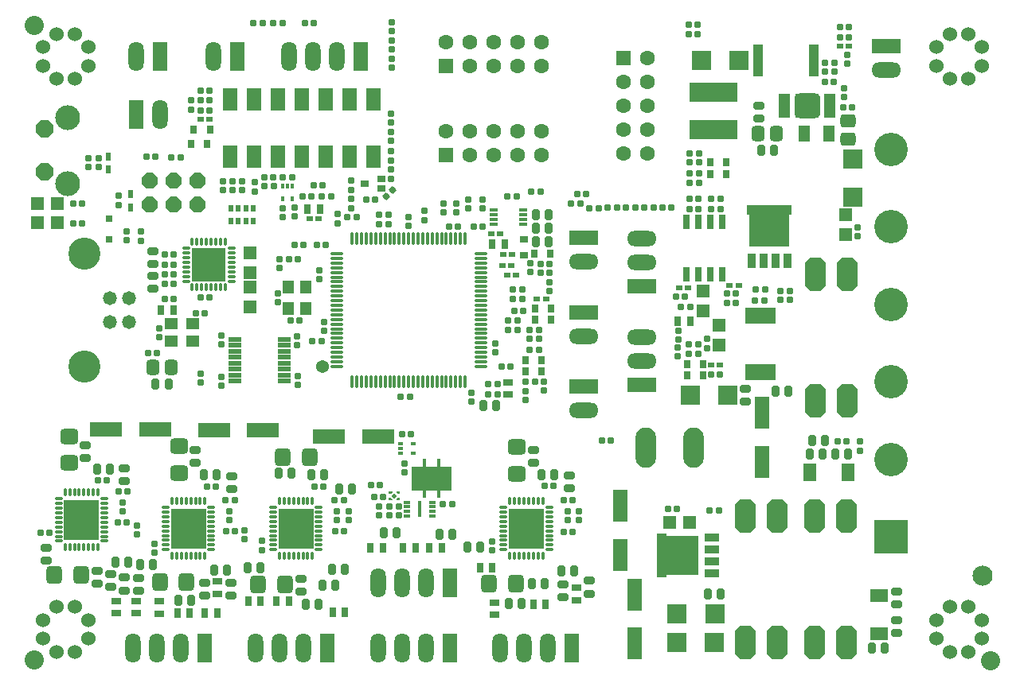
<source format=gts>
G04*
G04 #@! TF.GenerationSoftware,Altium Limited,Altium Designer,21.0.8 (223)*
G04*
G04 Layer_Color=8388736*
%FSLAX25Y25*%
%MOIN*%
G70*
G04*
G04 #@! TF.SameCoordinates,1F3E44D4-B105-4FFE-95C9-EE80C68A8909*
G04*
G04*
G04 #@! TF.FilePolarity,Negative*
G04*
G01*
G75*
%ADD18C,0.03000*%
%ADD101C,0.06306*%
%ADD102R,0.04600X0.01300*%
%ADD103R,0.05300X0.01700*%
%ADD104R,0.16800X0.10400*%
%ADD105R,0.02565X0.02368*%
G04:AMPARAMS|DCode=106|XSize=33.13mil|YSize=43.37mil|CornerRadius=7.83mil|HoleSize=0mil|Usage=FLASHONLY|Rotation=0.000|XOffset=0mil|YOffset=0mil|HoleType=Round|Shape=RoundedRectangle|*
%AMROUNDEDRECTD106*
21,1,0.03313,0.02772,0,0,0.0*
21,1,0.01748,0.04337,0,0,0.0*
1,1,0.01565,0.00874,-0.01386*
1,1,0.01565,-0.00874,-0.01386*
1,1,0.01565,-0.00874,0.01386*
1,1,0.01565,0.00874,0.01386*
%
%ADD106ROUNDEDRECTD106*%
%ADD107R,0.03038X0.03865*%
G04:AMPARAMS|DCode=108|XSize=26mil|YSize=28mil|CornerRadius=6.4mil|HoleSize=0mil|Usage=FLASHONLY|Rotation=180.000|XOffset=0mil|YOffset=0mil|HoleType=Round|Shape=RoundedRectangle|*
%AMROUNDEDRECTD108*
21,1,0.02600,0.01520,0,0,180.0*
21,1,0.01320,0.02800,0,0,180.0*
1,1,0.01280,-0.00660,0.00760*
1,1,0.01280,0.00660,0.00760*
1,1,0.01280,0.00660,-0.00760*
1,1,0.01280,-0.00660,-0.00760*
%
%ADD108ROUNDEDRECTD108*%
G04:AMPARAMS|DCode=109|XSize=26mil|YSize=28mil|CornerRadius=6.4mil|HoleSize=0mil|Usage=FLASHONLY|Rotation=270.000|XOffset=0mil|YOffset=0mil|HoleType=Round|Shape=RoundedRectangle|*
%AMROUNDEDRECTD109*
21,1,0.02600,0.01520,0,0,270.0*
21,1,0.01320,0.02800,0,0,270.0*
1,1,0.01280,-0.00760,-0.00660*
1,1,0.01280,-0.00760,0.00660*
1,1,0.01280,0.00760,0.00660*
1,1,0.01280,0.00760,-0.00660*
%
%ADD109ROUNDEDRECTD109*%
%ADD110R,0.03200X0.06000*%
%ADD111R,0.06000X0.03200*%
G04:AMPARAMS|DCode=112|XSize=26mil|YSize=28mil|CornerRadius=6.4mil|HoleSize=0mil|Usage=FLASHONLY|Rotation=225.000|XOffset=0mil|YOffset=0mil|HoleType=Round|Shape=RoundedRectangle|*
%AMROUNDEDRECTD112*
21,1,0.02600,0.01520,0,0,225.0*
21,1,0.01320,0.02800,0,0,225.0*
1,1,0.01280,-0.01004,0.00071*
1,1,0.01280,-0.00071,0.01004*
1,1,0.01280,0.01004,-0.00071*
1,1,0.01280,0.00071,-0.01004*
%
%ADD112ROUNDEDRECTD112*%
%ADD113R,0.06306X0.09573*%
%ADD114R,0.03550X0.01565*%
%ADD115R,0.20479X0.08215*%
%ADD116R,0.08300X0.08300*%
G04:AMPARAMS|DCode=117|XSize=56mil|YSize=64mil|CornerRadius=15mil|HoleSize=0mil|Usage=FLASHONLY|Rotation=270.000|XOffset=0mil|YOffset=0mil|HoleType=Round|Shape=RoundedRectangle|*
%AMROUNDEDRECTD117*
21,1,0.05600,0.03400,0,0,270.0*
21,1,0.02600,0.06400,0,0,270.0*
1,1,0.03000,-0.01700,-0.01300*
1,1,0.03000,-0.01700,0.01300*
1,1,0.03000,0.01700,0.01300*
1,1,0.03000,0.01700,-0.01300*
%
%ADD117ROUNDEDRECTD117*%
%ADD118R,0.04731X0.07093*%
%ADD119R,0.05833X0.07487*%
%ADD120R,0.02400X0.03200*%
%ADD121R,0.05400X0.01900*%
G04:AMPARAMS|DCode=122|XSize=80mil|YSize=80mil|CornerRadius=40mil|HoleSize=0mil|Usage=FLASHONLY|Rotation=0.000|XOffset=0mil|YOffset=0mil|HoleType=Round|Shape=RoundedRectangle|*
%AMROUNDEDRECTD122*
21,1,0.08000,0.00000,0,0,0.0*
21,1,0.00000,0.08000,0,0,0.0*
1,1,0.08000,0.00000,0.00000*
1,1,0.08000,0.00000,0.00000*
1,1,0.08000,0.00000,0.00000*
1,1,0.08000,0.00000,0.00000*
%
%ADD122ROUNDEDRECTD122*%
%ADD123R,0.13000X0.06700*%
G04:AMPARAMS|DCode=124|XSize=56mil|YSize=64mil|CornerRadius=15mil|HoleSize=0mil|Usage=FLASHONLY|Rotation=180.000|XOffset=0mil|YOffset=0mil|HoleType=Round|Shape=RoundedRectangle|*
%AMROUNDEDRECTD124*
21,1,0.05600,0.03400,0,0,180.0*
21,1,0.02600,0.06400,0,0,180.0*
1,1,0.03000,-0.01300,0.01700*
1,1,0.03000,0.01300,0.01700*
1,1,0.03000,0.01300,-0.01700*
1,1,0.03000,-0.01300,-0.01700*
%
%ADD124ROUNDEDRECTD124*%
%ADD125R,0.05600X0.04600*%
%ADD126R,0.02400X0.03000*%
G04:AMPARAMS|DCode=127|XSize=33.13mil|YSize=43.37mil|CornerRadius=7.83mil|HoleSize=0mil|Usage=FLASHONLY|Rotation=90.000|XOffset=0mil|YOffset=0mil|HoleType=Round|Shape=RoundedRectangle|*
%AMROUNDEDRECTD127*
21,1,0.03313,0.02772,0,0,90.0*
21,1,0.01748,0.04337,0,0,90.0*
1,1,0.01565,0.01386,0.00874*
1,1,0.01565,0.01386,-0.00874*
1,1,0.01565,-0.01386,-0.00874*
1,1,0.01565,-0.01386,0.00874*
%
%ADD127ROUNDEDRECTD127*%
%ADD128O,0.01384X0.05518*%
%ADD129O,0.05518X0.01384*%
%ADD130R,0.02800X0.02800*%
%ADD131R,0.03943X0.13392*%
%ADD132C,0.06000*%
G04:AMPARAMS|DCode=133|XSize=67mil|YSize=75mil|CornerRadius=17.75mil|HoleSize=0mil|Usage=FLASHONLY|Rotation=90.000|XOffset=0mil|YOffset=0mil|HoleType=Round|Shape=RoundedRectangle|*
%AMROUNDEDRECTD133*
21,1,0.06700,0.03950,0,0,90.0*
21,1,0.03150,0.07500,0,0,90.0*
1,1,0.03550,0.01975,0.01575*
1,1,0.03550,0.01975,-0.01575*
1,1,0.03550,-0.01975,-0.01575*
1,1,0.03550,-0.01975,0.01575*
%
%ADD133ROUNDEDRECTD133*%
%ADD134R,0.13786X0.05912*%
%ADD135R,0.02800X0.06400*%
%ADD136R,0.05200X0.05200*%
G04:AMPARAMS|DCode=137|XSize=54mil|YSize=54mil|CornerRadius=27mil|HoleSize=0mil|Usage=FLASHONLY|Rotation=270.000|XOffset=0mil|YOffset=0mil|HoleType=Round|Shape=RoundedRectangle|*
%AMROUNDEDRECTD137*
21,1,0.05400,0.00000,0,0,270.0*
21,1,0.00000,0.05400,0,0,270.0*
1,1,0.05400,0.00000,0.00000*
1,1,0.05400,0.00000,0.00000*
1,1,0.05400,0.00000,0.00000*
1,1,0.05400,0.00000,0.00000*
%
%ADD137ROUNDEDRECTD137*%
%ADD138R,0.14573X0.16542*%
%ADD139O,0.01384X0.03747*%
%ADD140O,0.03747X0.01384*%
G04:AMPARAMS|DCode=141|XSize=14.96mil|YSize=35.43mil|CornerRadius=6.38mil|HoleSize=0mil|Usage=FLASHONLY|Rotation=180.000|XOffset=0mil|YOffset=0mil|HoleType=Round|Shape=RoundedRectangle|*
%AMROUNDEDRECTD141*
21,1,0.01496,0.02268,0,0,180.0*
21,1,0.00221,0.03543,0,0,180.0*
1,1,0.01276,-0.00110,0.01134*
1,1,0.01276,0.00110,0.01134*
1,1,0.01276,0.00110,-0.01134*
1,1,0.01276,-0.00110,-0.01134*
%
%ADD141ROUNDEDRECTD141*%
G04:AMPARAMS|DCode=142|XSize=14.96mil|YSize=35.43mil|CornerRadius=6.38mil|HoleSize=0mil|Usage=FLASHONLY|Rotation=270.000|XOffset=0mil|YOffset=0mil|HoleType=Round|Shape=RoundedRectangle|*
%AMROUNDEDRECTD142*
21,1,0.01496,0.02268,0,0,270.0*
21,1,0.00221,0.03543,0,0,270.0*
1,1,0.01276,-0.01134,-0.00110*
1,1,0.01276,-0.01134,0.00110*
1,1,0.01276,0.01134,0.00110*
1,1,0.01276,0.01134,-0.00110*
%
%ADD142ROUNDEDRECTD142*%
%ADD143R,0.14100X0.14100*%
%ADD144R,0.02762X0.03550*%
G04:AMPARAMS|DCode=145|XSize=109mil|YSize=109mil|CornerRadius=28.25mil|HoleSize=0mil|Usage=FLASHONLY|Rotation=180.000|XOffset=0mil|YOffset=0mil|HoleType=Round|Shape=RoundedRectangle|*
%AMROUNDEDRECTD145*
21,1,0.10900,0.05250,0,0,180.0*
21,1,0.05250,0.10900,0,0,180.0*
1,1,0.05650,-0.02625,0.02625*
1,1,0.05650,0.02625,0.02625*
1,1,0.05650,0.02625,-0.02625*
1,1,0.05650,-0.02625,-0.02625*
%
%ADD145ROUNDEDRECTD145*%
%ADD146R,0.04836X0.01985*%
%ADD147R,0.03550X0.02565*%
%ADD148R,0.02565X0.01384*%
%ADD149R,0.01187X0.06699*%
%ADD150R,0.02172X0.01581*%
%ADD151R,0.08471X0.08471*%
%ADD152O,0.01502X0.03550*%
%ADD153O,0.03550X0.01502*%
%ADD154P,0.02132X4X180.0*%
%ADD155R,0.01581X0.02172*%
%ADD156R,0.03865X0.03038*%
%ADD157R,0.05912X0.13786*%
G04:AMPARAMS|DCode=158|XSize=67mil|YSize=75mil|CornerRadius=17.75mil|HoleSize=0mil|Usage=FLASHONLY|Rotation=180.000|XOffset=0mil|YOffset=0mil|HoleType=Round|Shape=RoundedRectangle|*
%AMROUNDEDRECTD158*
21,1,0.06700,0.03950,0,0,180.0*
21,1,0.03150,0.07500,0,0,180.0*
1,1,0.03550,-0.01575,0.01975*
1,1,0.03550,0.01575,0.01975*
1,1,0.03550,0.01575,-0.01975*
1,1,0.03550,-0.01575,-0.01975*
%
%ADD158ROUNDEDRECTD158*%
%ADD159R,0.05200X0.05200*%
%ADD160R,0.03550X0.02762*%
%ADD161R,0.08300X0.08300*%
%ADD162R,0.04600X0.05600*%
%ADD163R,0.07487X0.05833*%
%ADD164R,0.06306X0.06306*%
%ADD165C,0.06306*%
%ADD166O,0.08650X0.16900*%
%ADD167R,0.06306X0.06306*%
G04:AMPARAMS|DCode=168|XSize=137mil|YSize=87mil|CornerRadius=0mil|HoleSize=0mil|Usage=FLASHONLY|Rotation=270.000|XOffset=0mil|YOffset=0mil|HoleType=Round|Shape=Octagon|*
%AMOCTAGOND168*
4,1,8,-0.02175,-0.06850,0.02175,-0.06850,0.04350,-0.04675,0.04350,0.04675,0.02175,0.06850,-0.02175,0.06850,-0.04350,0.04675,-0.04350,-0.04675,-0.02175,-0.06850,0.0*
%
%ADD168OCTAGOND168*%

%ADD169P,0.07144X8X22.5*%
%ADD170C,0.05800*%
%ADD171C,0.13450*%
%ADD172P,0.08010X8X292.5*%
%ADD173C,0.10400*%
%ADD174R,0.12400X0.06400*%
%ADD175O,0.12400X0.06400*%
%ADD176R,0.06400X0.12400*%
%ADD177O,0.06400X0.12400*%
%ADD178O,0.13998X0.14000*%
%ADD179R,0.13998X0.14000*%
%ADD180C,0.08400*%
%ADD181C,0.02400*%
G36*
X323523Y193438D02*
X322539D01*
Y180052D01*
X306003D01*
Y193438D01*
X305019D01*
Y197473D01*
X323523D01*
Y193438D01*
D02*
G37*
G36*
X159724Y76476D02*
X158701D01*
X158110Y77067D01*
Y77500D01*
X159724D01*
Y76476D01*
D02*
G37*
G36*
X156457Y77067D02*
X155866Y76476D01*
X154842D01*
Y77500D01*
X156457D01*
Y77067D01*
D02*
G37*
G36*
X159724Y73878D02*
X158110D01*
Y74311D01*
X158701Y74902D01*
X159724D01*
Y73878D01*
D02*
G37*
G36*
X156457Y74311D02*
Y73878D01*
X154842D01*
Y74902D01*
X155866D01*
X156457Y74311D01*
D02*
G37*
G36*
X271156Y59013D02*
X284542D01*
Y42478D01*
X271156D01*
Y41494D01*
X267121D01*
Y59998D01*
X271156D01*
Y59013D01*
D02*
G37*
G54D18*
X318271Y182853D02*
D03*
Y186853D02*
D03*
Y190853D02*
D03*
Y194853D02*
D03*
X310271D02*
D03*
Y190853D02*
D03*
Y186853D02*
D03*
Y182853D02*
D03*
X314271D02*
D03*
Y186853D02*
D03*
Y194853D02*
D03*
Y190853D02*
D03*
X281740Y54746D02*
D03*
X277741D02*
D03*
X273741D02*
D03*
X269741D02*
D03*
Y46746D02*
D03*
X273741D02*
D03*
X277741D02*
D03*
X281740D02*
D03*
Y50746D02*
D03*
X277741D02*
D03*
X269741D02*
D03*
X273741D02*
D03*
X208227Y68480D02*
D03*
X216888Y55487D02*
D03*
X212558D02*
D03*
X208227D02*
D03*
X216888Y59818D02*
D03*
X212558D02*
D03*
X208227D02*
D03*
X216888Y64149D02*
D03*
X212558D02*
D03*
X208227D02*
D03*
X216888Y68480D02*
D03*
X212558D02*
D03*
X79658Y172578D02*
D03*
Y176318D02*
D03*
X75889Y176354D02*
D03*
X75937Y172578D02*
D03*
X75917Y168739D02*
D03*
X79658Y168838D02*
D03*
X83398D02*
D03*
Y172578D02*
D03*
Y176318D02*
D03*
X26420Y72079D02*
D03*
X30750D02*
D03*
X22089Y67749D02*
D03*
X26420D02*
D03*
X30750D02*
D03*
X22089Y63418D02*
D03*
X26420D02*
D03*
X30750D02*
D03*
X22089Y59087D02*
D03*
X26420D02*
D03*
X30750D02*
D03*
X22089Y72079D02*
D03*
X71157Y68480D02*
D03*
X75488D02*
D03*
X66827Y64149D02*
D03*
X71157D02*
D03*
X75488D02*
D03*
X66827Y59818D02*
D03*
X71157D02*
D03*
X75488D02*
D03*
X66827Y55487D02*
D03*
X71157D02*
D03*
X75488D02*
D03*
X66827Y68480D02*
D03*
X116157D02*
D03*
X120488D02*
D03*
X111827Y64149D02*
D03*
X116157D02*
D03*
X120488D02*
D03*
X111827Y59818D02*
D03*
X116157D02*
D03*
X120488D02*
D03*
X111827Y55487D02*
D03*
X116157D02*
D03*
X120488D02*
D03*
X111827Y68480D02*
D03*
G54D101*
X263326Y259149D02*
D03*
Y249149D02*
D03*
Y239149D02*
D03*
Y229149D02*
D03*
Y219149D02*
D03*
G54D102*
X111070Y141332D02*
D03*
X111070Y138832D02*
D03*
X111070Y136332D02*
D03*
X111070Y133832D02*
D03*
X111070Y131332D02*
D03*
X111070Y128832D02*
D03*
Y126332D02*
D03*
X111070Y123832D02*
D03*
X90670D02*
D03*
X90670Y126332D02*
D03*
Y128832D02*
D03*
X90670Y131332D02*
D03*
X90670Y133832D02*
D03*
Y136332D02*
D03*
X90670Y138832D02*
D03*
X90670Y141332D02*
D03*
G54D103*
X111120Y141332D02*
D03*
X111120Y138832D02*
D03*
X111120Y136332D02*
D03*
X111120Y133832D02*
D03*
X111120Y131332D02*
D03*
X111120Y128832D02*
D03*
X111120Y126332D02*
D03*
X111120Y123832D02*
D03*
X90620Y123832D02*
D03*
X90620Y126332D02*
D03*
Y128832D02*
D03*
X90620Y131332D02*
D03*
X90620Y133832D02*
D03*
Y136332D02*
D03*
X90620Y138832D02*
D03*
Y141332D02*
D03*
G54D104*
X172933Y82969D02*
D03*
G54D105*
X197832Y185681D02*
D03*
X201572D02*
D03*
X202661Y172129D02*
D03*
X206432D02*
D03*
X202888Y176794D02*
D03*
X206658D02*
D03*
X293727Y130678D02*
D03*
X289957D02*
D03*
X220846Y158071D02*
D03*
X217076D02*
D03*
X204512Y168192D02*
D03*
X208282D02*
D03*
X80053Y233403D02*
D03*
X76313D02*
D03*
X121987Y192032D02*
D03*
X125728D02*
D03*
X297713Y163903D02*
D03*
X301483D02*
D03*
X280353Y162803D02*
D03*
X276613D02*
D03*
X347697Y264213D02*
D03*
X343957D02*
D03*
G54D106*
X221895Y182278D02*
D03*
X216541D02*
D03*
X222008Y193504D02*
D03*
X216653D02*
D03*
X221895Y187828D02*
D03*
X216541D02*
D03*
X57430Y122678D02*
D03*
X62785D02*
D03*
X288580Y34378D02*
D03*
X293935D02*
D03*
X214880Y38878D02*
D03*
X220235D02*
D03*
X193335Y54278D02*
D03*
X187980D02*
D03*
X210635Y30678D02*
D03*
X205280D02*
D03*
X224235Y84478D02*
D03*
X218880D02*
D03*
X227280Y44078D02*
D03*
X232635D02*
D03*
X96080Y45478D02*
D03*
X101435D02*
D03*
X127180Y38178D02*
D03*
X132535D02*
D03*
X108780Y85078D02*
D03*
X114135D02*
D03*
X158287Y60138D02*
D03*
X152933D02*
D03*
X181635Y59678D02*
D03*
X176280D02*
D03*
X134180Y78678D02*
D03*
X139535D02*
D03*
X122580Y84378D02*
D03*
X127935D02*
D03*
X136635Y44778D02*
D03*
X131280D02*
D03*
X77680Y84378D02*
D03*
X83035D02*
D03*
X87435Y44678D02*
D03*
X82080D02*
D03*
X72435Y31978D02*
D03*
X67080D02*
D03*
X56360Y46903D02*
D03*
X51006D02*
D03*
X120280Y30178D02*
D03*
X125635D02*
D03*
X332131Y98928D02*
D03*
X337485D02*
D03*
X331380Y93178D02*
D03*
X336735D02*
D03*
X342080D02*
D03*
X347435D02*
D03*
X316135Y220678D02*
D03*
X310780D02*
D03*
X322435Y119678D02*
D03*
X317080D02*
D03*
X33080Y86878D02*
D03*
X38435D02*
D03*
X46035Y47878D02*
D03*
X40680D02*
D03*
X199823Y113386D02*
D03*
X194468D02*
D03*
X362735Y11778D02*
D03*
X357380D02*
D03*
G54D107*
X203445Y181220D02*
D03*
X198209D02*
D03*
X64976Y153478D02*
D03*
X59739D02*
D03*
X275925Y148819D02*
D03*
X281161D02*
D03*
X215439Y30278D02*
D03*
X220676D02*
D03*
X171939Y53778D02*
D03*
X177176D02*
D03*
X161039D02*
D03*
X166276D02*
D03*
X147339D02*
D03*
X152576D02*
D03*
X126276Y196032D02*
D03*
X121039D02*
D03*
X113201Y31403D02*
D03*
X107965D02*
D03*
X198376Y45578D02*
D03*
X193139D02*
D03*
X66465Y26603D02*
D03*
X71701D02*
D03*
X78065Y26503D02*
D03*
X83301D02*
D03*
X96165Y31403D02*
D03*
X101401D02*
D03*
X131465Y27003D02*
D03*
X136701D02*
D03*
G54D108*
X208508Y201279D02*
D03*
X204718D02*
D03*
X214724Y203189D02*
D03*
X218514D02*
D03*
X103013Y209303D02*
D03*
X106753D02*
D03*
X177756Y72342D02*
D03*
X181496D02*
D03*
X160630Y101378D02*
D03*
X164370D02*
D03*
X149016Y75197D02*
D03*
X152756D02*
D03*
X98364Y273828D02*
D03*
X102104D02*
D03*
X53588Y217928D02*
D03*
X57328D02*
D03*
X45428Y64578D02*
D03*
X41688D02*
D03*
X9206Y60302D02*
D03*
X12946D02*
D03*
X36928Y82278D02*
D03*
X33187D02*
D03*
X41987Y77378D02*
D03*
X45728D02*
D03*
X312106Y157677D02*
D03*
X308366D02*
D03*
X232028Y60578D02*
D03*
X228288D02*
D03*
X65027Y158078D02*
D03*
X61287D02*
D03*
X223927Y79778D02*
D03*
X220187D02*
D03*
X136427Y60978D02*
D03*
X132687D02*
D03*
X90527Y60778D02*
D03*
X86787D02*
D03*
X117620Y149098D02*
D03*
X113880D02*
D03*
X127628Y79678D02*
D03*
X123888D02*
D03*
X82528D02*
D03*
X78787D02*
D03*
X341328Y249178D02*
D03*
X337587D02*
D03*
X258169Y196378D02*
D03*
X254429D02*
D03*
X228187Y73878D02*
D03*
X231927D02*
D03*
X132387D02*
D03*
X136127D02*
D03*
X86725Y73778D02*
D03*
X90465D02*
D03*
X244187Y98778D02*
D03*
X247927D02*
D03*
X65027Y176878D02*
D03*
X61287D02*
D03*
X65027Y164478D02*
D03*
X61287D02*
D03*
X79893Y158757D02*
D03*
X76153D02*
D03*
X74287Y152278D02*
D03*
X78027D02*
D03*
X54287Y135578D02*
D03*
X58027D02*
D03*
X160039Y117126D02*
D03*
X163779D02*
D03*
X207087Y162078D02*
D03*
X210827D02*
D03*
X117058Y174865D02*
D03*
X113268D02*
D03*
X151408Y80118D02*
D03*
X147618D02*
D03*
X106783Y205403D02*
D03*
X102993D02*
D03*
X26683Y198078D02*
D03*
X22893D02*
D03*
X67883Y217503D02*
D03*
X64093D02*
D03*
X347758Y267923D02*
D03*
X343968D02*
D03*
X76283Y245503D02*
D03*
X80072D02*
D03*
X76283Y241403D02*
D03*
X80072D02*
D03*
X80083Y237203D02*
D03*
X76293D02*
D03*
X284411Y273321D02*
D03*
X280621D02*
D03*
X284411Y269321D02*
D03*
X280621D02*
D03*
X293158Y69678D02*
D03*
X289368D02*
D03*
X271858Y70278D02*
D03*
X275647D02*
D03*
X26658Y189978D02*
D03*
X22868D02*
D03*
X348957Y238678D02*
D03*
X345168D02*
D03*
X65057Y172578D02*
D03*
X61268D02*
D03*
X65057Y168478D02*
D03*
X61268D02*
D03*
X180285Y188484D02*
D03*
X184075D02*
D03*
X114483Y209303D02*
D03*
X110693D02*
D03*
X127294Y206004D02*
D03*
X123504D02*
D03*
X118957Y201178D02*
D03*
X122747D02*
D03*
X130837Y201339D02*
D03*
X127047D02*
D03*
X343927Y272047D02*
D03*
X347717D02*
D03*
X300257Y156478D02*
D03*
X296468D02*
D03*
X312457Y162278D02*
D03*
X308668D02*
D03*
X300257Y160378D02*
D03*
X296468D02*
D03*
X284583Y196003D02*
D03*
X280793D02*
D03*
X293883D02*
D03*
X290093D02*
D03*
X280783Y200303D02*
D03*
X284573D02*
D03*
X290083D02*
D03*
X293872D02*
D03*
X281183Y154903D02*
D03*
X277393D02*
D03*
X289957Y126378D02*
D03*
X293747D02*
D03*
X280757Y135178D02*
D03*
X284547D02*
D03*
X284558Y139178D02*
D03*
X280768D02*
D03*
X110522Y273819D02*
D03*
X106732D02*
D03*
X123593D02*
D03*
X119803D02*
D03*
X128647Y180878D02*
D03*
X124857D02*
D03*
X119247D02*
D03*
X115457D02*
D03*
X137765Y192520D02*
D03*
X141555D02*
D03*
X235128Y198110D02*
D03*
X231339D02*
D03*
X217858Y136878D02*
D03*
X214068D02*
D03*
X218558Y172945D02*
D03*
X222347D02*
D03*
X200531Y118199D02*
D03*
X196741D02*
D03*
X208857Y145328D02*
D03*
X205068D02*
D03*
X190574Y188508D02*
D03*
X194364D02*
D03*
X206058Y129728D02*
D03*
X202268D02*
D03*
X208857Y149228D02*
D03*
X205068D02*
D03*
X216158Y123578D02*
D03*
X212368D02*
D03*
X207057Y158278D02*
D03*
X210847D02*
D03*
X218558Y169060D02*
D03*
X222347D02*
D03*
X196757Y122378D02*
D03*
X200547D02*
D03*
X211357Y153278D02*
D03*
X207568D02*
D03*
X275265Y159038D02*
D03*
X279055D02*
D03*
X269557Y196378D02*
D03*
X273346D02*
D03*
X262010D02*
D03*
X265800D02*
D03*
X246683D02*
D03*
X250472D02*
D03*
X237609Y202284D02*
D03*
X233819D02*
D03*
X242834Y196299D02*
D03*
X239044D02*
D03*
X126821Y140630D02*
D03*
X123031D02*
D03*
X149242Y199902D02*
D03*
X145453D02*
D03*
X342783Y98503D02*
D03*
X346572D02*
D03*
G54D109*
X194118Y199964D02*
D03*
Y196175D02*
D03*
X93683Y207573D02*
D03*
Y203833D02*
D03*
X89583Y207573D02*
D03*
Y203833D02*
D03*
X159153Y67421D02*
D03*
Y71161D02*
D03*
X155118Y67421D02*
D03*
Y71161D02*
D03*
X151083Y67421D02*
D03*
Y71161D02*
D03*
X115650Y192776D02*
D03*
Y196516D02*
D03*
X276181Y141280D02*
D03*
Y145020D02*
D03*
X43758Y72848D02*
D03*
Y69108D02*
D03*
X84925Y142818D02*
D03*
Y139078D02*
D03*
X116717Y142660D02*
D03*
Y138920D02*
D03*
X116815Y122143D02*
D03*
Y125883D02*
D03*
X85024Y121854D02*
D03*
Y125594D02*
D03*
X101957Y53008D02*
D03*
Y56748D02*
D03*
X45110Y182708D02*
D03*
Y186448D02*
D03*
X108458Y160648D02*
D03*
Y156908D02*
D03*
X56858Y51908D02*
D03*
Y55648D02*
D03*
X169961Y191319D02*
D03*
Y195059D02*
D03*
X88358Y69148D02*
D03*
Y65408D02*
D03*
X133358Y69248D02*
D03*
Y65508D02*
D03*
X156265Y262846D02*
D03*
Y266586D02*
D03*
X284858Y219198D02*
D03*
Y215458D02*
D03*
X198357Y52808D02*
D03*
Y56548D02*
D03*
X229857Y69248D02*
D03*
Y65508D02*
D03*
X189606Y118780D02*
D03*
Y115040D02*
D03*
X58957Y142208D02*
D03*
Y145948D02*
D03*
X109291Y171201D02*
D03*
Y174941D02*
D03*
X126060Y170139D02*
D03*
Y166399D02*
D03*
X199657Y135735D02*
D03*
Y139475D02*
D03*
X29357Y217248D02*
D03*
Y213508D02*
D03*
X352383Y98403D02*
D03*
Y94613D02*
D03*
X99083Y207103D02*
D03*
Y203313D02*
D03*
X85583Y207603D02*
D03*
Y203813D02*
D03*
X51110Y182679D02*
D03*
Y186469D02*
D03*
X72183Y237703D02*
D03*
Y241493D02*
D03*
X347087Y260561D02*
D03*
Y256772D02*
D03*
X163268Y192569D02*
D03*
Y188779D02*
D03*
X76183Y123203D02*
D03*
Y126993D02*
D03*
X351383Y188303D02*
D03*
Y184513D02*
D03*
X41955Y201389D02*
D03*
Y197599D02*
D03*
X33457Y213478D02*
D03*
Y217268D02*
D03*
X280857Y215428D02*
D03*
Y219218D02*
D03*
X150787Y189635D02*
D03*
Y193425D02*
D03*
X280808Y206978D02*
D03*
Y210768D02*
D03*
X284908D02*
D03*
Y206978D02*
D03*
X341757Y253378D02*
D03*
Y257168D02*
D03*
X337757Y257178D02*
D03*
Y253388D02*
D03*
X110728Y196191D02*
D03*
Y192402D02*
D03*
X234658Y69278D02*
D03*
Y65488D02*
D03*
X49558Y63178D02*
D03*
Y59388D02*
D03*
X345557Y246678D02*
D03*
Y242888D02*
D03*
X138157Y69278D02*
D03*
Y65488D02*
D03*
X94458Y61178D02*
D03*
Y57388D02*
D03*
X177957Y198178D02*
D03*
Y194388D02*
D03*
X183403Y198278D02*
D03*
Y194488D02*
D03*
X188119Y199932D02*
D03*
Y196142D02*
D03*
X154823Y189635D02*
D03*
Y193425D02*
D03*
X318983Y157803D02*
D03*
Y161593D02*
D03*
X323083Y157803D02*
D03*
Y161593D02*
D03*
X288357Y137678D02*
D03*
Y141468D02*
D03*
X156024Y216328D02*
D03*
Y220118D02*
D03*
Y235916D02*
D03*
Y232126D02*
D03*
X156102Y228239D02*
D03*
Y224449D02*
D03*
X139409Y200128D02*
D03*
Y196339D02*
D03*
Y207805D02*
D03*
Y204016D02*
D03*
X133543Y193790D02*
D03*
Y190000D02*
D03*
X156260Y258869D02*
D03*
Y255079D02*
D03*
X156181Y270580D02*
D03*
Y274370D02*
D03*
X218057Y145178D02*
D03*
Y141388D02*
D03*
X213958Y145178D02*
D03*
Y141388D02*
D03*
X212357Y115778D02*
D03*
Y119568D02*
D03*
X214357Y169378D02*
D03*
Y173168D02*
D03*
X275925Y134163D02*
D03*
Y137953D02*
D03*
X222220Y161525D02*
D03*
Y165315D02*
D03*
X219921Y123632D02*
D03*
Y119843D02*
D03*
X127855Y144714D02*
D03*
Y148504D02*
D03*
X156004Y208631D02*
D03*
Y212421D02*
D03*
X161713Y85403D02*
D03*
Y89193D02*
D03*
G54D110*
X306771Y174314D02*
D03*
X311771D02*
D03*
X316771D02*
D03*
X321771D02*
D03*
G54D111*
X290280Y43246D02*
D03*
Y48246D02*
D03*
Y53246D02*
D03*
Y58246D02*
D03*
G54D112*
X154070Y201117D02*
D03*
X156750Y203797D02*
D03*
G54D113*
X88583Y217854D02*
D03*
Y241752D02*
D03*
X98583Y217854D02*
D03*
Y241752D02*
D03*
X108583Y217854D02*
D03*
Y241752D02*
D03*
X118583Y217854D02*
D03*
Y241752D02*
D03*
X128583Y217854D02*
D03*
Y241752D02*
D03*
X138583Y217854D02*
D03*
Y241752D02*
D03*
X148583Y217854D02*
D03*
Y241752D02*
D03*
G54D114*
X198804Y195484D02*
D03*
Y193516D02*
D03*
Y191547D02*
D03*
Y189579D02*
D03*
X211403Y195484D02*
D03*
Y193516D02*
D03*
Y191547D02*
D03*
Y189579D02*
D03*
G54D115*
X290858Y244952D02*
D03*
Y229204D02*
D03*
G54D116*
X285784Y258078D02*
D03*
X301557D02*
D03*
X296932Y117878D02*
D03*
X281157D02*
D03*
X275729Y26346D02*
D03*
X291503D02*
D03*
X291413Y14361D02*
D03*
X275639D02*
D03*
G54D117*
X347158Y232718D02*
D03*
Y225178D02*
D03*
G54D118*
X328941Y227478D02*
D03*
X339374D02*
D03*
G54D119*
X331147Y85378D02*
D03*
X347368D02*
D03*
G54D120*
X37657Y212422D02*
D03*
Y217934D02*
D03*
X46975Y202147D02*
D03*
Y196635D02*
D03*
G54D121*
X111170Y141332D02*
D03*
Y138832D02*
D03*
X90634Y123782D02*
D03*
X111170Y126282D02*
D03*
X90634D02*
D03*
Y131282D02*
D03*
X111170Y123782D02*
D03*
X90634Y128782D02*
D03*
X111170D02*
D03*
X111170Y131282D02*
D03*
X111170Y136332D02*
D03*
X90634Y133832D02*
D03*
Y136332D02*
D03*
Y141332D02*
D03*
X111170Y133832D02*
D03*
X90634Y138832D02*
D03*
G54D122*
X6480Y6795D02*
D03*
X406776Y6401D02*
D03*
X6480Y272838D02*
D03*
G54D123*
X310591Y127386D02*
D03*
Y151097D02*
D03*
G54D124*
X56358Y129578D02*
D03*
X63898D02*
D03*
X309717Y227578D02*
D03*
X317257D02*
D03*
G54D125*
X63930Y140436D02*
D03*
X73058D02*
D03*
Y147778D02*
D03*
X63930D02*
D03*
G54D126*
X98409Y190807D02*
D03*
X95260D02*
D03*
X92085D02*
D03*
X88885D02*
D03*
Y196165D02*
D03*
X92085D02*
D03*
X95260D02*
D03*
X98409D02*
D03*
G54D127*
X56157Y167755D02*
D03*
Y162401D02*
D03*
X44357Y87255D02*
D03*
Y81901D02*
D03*
X215558Y94955D02*
D03*
Y89601D02*
D03*
X227857Y38678D02*
D03*
Y33324D02*
D03*
X239057Y40055D02*
D03*
Y34701D02*
D03*
X230658Y84255D02*
D03*
Y78901D02*
D03*
X118283Y35526D02*
D03*
Y40880D02*
D03*
X77983Y33926D02*
D03*
Y39280D02*
D03*
X73958Y94855D02*
D03*
Y89501D02*
D03*
X88783Y33926D02*
D03*
Y39280D02*
D03*
X89258Y83855D02*
D03*
Y78501D02*
D03*
X304358Y120655D02*
D03*
Y115301D02*
D03*
X309958Y233801D02*
D03*
Y239155D02*
D03*
X32958Y44155D02*
D03*
Y38801D02*
D03*
X11499Y48505D02*
D03*
Y53860D02*
D03*
X38658Y37401D02*
D03*
Y42755D02*
D03*
X27957Y96755D02*
D03*
Y91401D02*
D03*
X44408Y36024D02*
D03*
Y41378D02*
D03*
X50208Y41355D02*
D03*
Y36001D02*
D03*
X56158Y172900D02*
D03*
Y178255D02*
D03*
X367758Y35455D02*
D03*
Y30101D02*
D03*
Y23655D02*
D03*
Y18301D02*
D03*
G54D128*
X186958Y183696D02*
D03*
X184990D02*
D03*
X183021D02*
D03*
X181053D02*
D03*
X179084D02*
D03*
X177116D02*
D03*
X175147D02*
D03*
X173179D02*
D03*
X171210D02*
D03*
X169242D02*
D03*
X167273D02*
D03*
X165305D02*
D03*
X163336D02*
D03*
X161368D02*
D03*
X159399D02*
D03*
X157431D02*
D03*
X155462D02*
D03*
X153494D02*
D03*
X151525D02*
D03*
X149557D02*
D03*
X147588D02*
D03*
X145620D02*
D03*
X143651D02*
D03*
X141683D02*
D03*
X139714D02*
D03*
Y123460D02*
D03*
X141683D02*
D03*
X143651D02*
D03*
X145620D02*
D03*
X147588D02*
D03*
X149557D02*
D03*
X151525D02*
D03*
X153494D02*
D03*
X155462D02*
D03*
X157431D02*
D03*
X159399D02*
D03*
X161368D02*
D03*
X163336D02*
D03*
X165305D02*
D03*
X167273D02*
D03*
X169242D02*
D03*
X171210D02*
D03*
X173179D02*
D03*
X175147D02*
D03*
X177116D02*
D03*
X179084D02*
D03*
X181053D02*
D03*
X183021D02*
D03*
X184990D02*
D03*
X186958D02*
D03*
G54D129*
X133218Y177200D02*
D03*
Y175232D02*
D03*
Y173263D02*
D03*
Y171294D02*
D03*
Y169326D02*
D03*
Y167358D02*
D03*
Y165389D02*
D03*
Y163420D02*
D03*
Y161452D02*
D03*
Y159484D02*
D03*
Y157515D02*
D03*
Y155546D02*
D03*
Y153578D02*
D03*
Y151609D02*
D03*
Y149641D02*
D03*
Y147672D02*
D03*
Y145704D02*
D03*
Y143735D02*
D03*
Y141767D02*
D03*
Y139798D02*
D03*
Y137830D02*
D03*
Y135861D02*
D03*
Y133893D02*
D03*
Y131924D02*
D03*
Y129956D02*
D03*
X193454D02*
D03*
Y131924D02*
D03*
Y133893D02*
D03*
Y135861D02*
D03*
Y137830D02*
D03*
Y139798D02*
D03*
Y141767D02*
D03*
Y143735D02*
D03*
Y145704D02*
D03*
Y147672D02*
D03*
Y149641D02*
D03*
Y151609D02*
D03*
Y153578D02*
D03*
Y155546D02*
D03*
Y157515D02*
D03*
Y159484D02*
D03*
Y161452D02*
D03*
Y163420D02*
D03*
Y165389D02*
D03*
Y167358D02*
D03*
Y169326D02*
D03*
Y171294D02*
D03*
Y173263D02*
D03*
Y175232D02*
D03*
Y177200D02*
D03*
G54D130*
X38075Y183103D02*
D03*
Y191834D02*
D03*
G54D131*
X332772Y258078D02*
D03*
X309543D02*
D03*
G54D132*
X397721Y10239D02*
D03*
X389846D02*
D03*
X384335Y15751D02*
D03*
Y23625D02*
D03*
X389846Y29137D02*
D03*
X397721D02*
D03*
X403232Y23625D02*
D03*
Y15751D02*
D03*
Y255909D02*
D03*
Y263783D02*
D03*
X397721Y269295D02*
D03*
X389846D02*
D03*
X384335Y263783D02*
D03*
Y255909D02*
D03*
X389846Y250397D02*
D03*
X397721D02*
D03*
X29217Y255909D02*
D03*
Y263783D02*
D03*
X23705Y269295D02*
D03*
X15831D02*
D03*
X10319Y263783D02*
D03*
Y255909D02*
D03*
X15831Y250397D02*
D03*
X23705D02*
D03*
X29217Y15751D02*
D03*
Y23625D02*
D03*
X23705Y29137D02*
D03*
X15831D02*
D03*
X10319Y23625D02*
D03*
Y15751D02*
D03*
X15831Y10239D02*
D03*
X23705D02*
D03*
G54D133*
X21158Y100578D02*
D03*
Y89380D02*
D03*
X208683Y96203D02*
D03*
Y85005D02*
D03*
X67158Y85180D02*
D03*
Y96378D02*
D03*
G54D134*
X57194Y103678D02*
D03*
X36721D02*
D03*
X130085Y100478D02*
D03*
X150557D02*
D03*
X81883Y103303D02*
D03*
X102355D02*
D03*
G54D135*
X289458Y190420D02*
D03*
Y168693D02*
D03*
X294458Y190420D02*
D03*
X284458D02*
D03*
X279458D02*
D03*
X294458Y168693D02*
D03*
X284458D02*
D03*
X279458D02*
D03*
G54D136*
X293357Y147078D02*
D03*
Y138744D02*
D03*
X96933Y177661D02*
D03*
Y169327D02*
D03*
X96835Y154826D02*
D03*
Y163160D02*
D03*
X286483Y153269D02*
D03*
Y161603D02*
D03*
X346383Y185069D02*
D03*
Y193403D02*
D03*
G54D137*
X127323Y129842D02*
D03*
G54D138*
X212558Y61984D02*
D03*
X26420Y65583D02*
D03*
X71157Y61984D02*
D03*
X116157D02*
D03*
G54D139*
X205668Y73499D02*
D03*
X207636D02*
D03*
X209605D02*
D03*
X211573D02*
D03*
X213542D02*
D03*
X215510D02*
D03*
X217479D02*
D03*
X219447D02*
D03*
Y50468D02*
D03*
X217479D02*
D03*
X215510D02*
D03*
X213542D02*
D03*
X211573D02*
D03*
X209605D02*
D03*
X207636D02*
D03*
X205668D02*
D03*
X19530Y54068D02*
D03*
X21498D02*
D03*
X23467D02*
D03*
X25435D02*
D03*
X27404D02*
D03*
X29372D02*
D03*
X31341D02*
D03*
X33310D02*
D03*
Y77099D02*
D03*
X31341D02*
D03*
X29372D02*
D03*
X27404D02*
D03*
X25435D02*
D03*
X23467D02*
D03*
X21498D02*
D03*
X19530D02*
D03*
X64268Y50468D02*
D03*
X66236D02*
D03*
X68205D02*
D03*
X70173D02*
D03*
X72142D02*
D03*
X74110D02*
D03*
X76079D02*
D03*
X78047D02*
D03*
Y73499D02*
D03*
X76079D02*
D03*
X74110D02*
D03*
X72142D02*
D03*
X70173D02*
D03*
X68205D02*
D03*
X66236D02*
D03*
X64268D02*
D03*
X109268Y50468D02*
D03*
X111236D02*
D03*
X113205D02*
D03*
X115173D02*
D03*
X117142D02*
D03*
X119110D02*
D03*
X121079D02*
D03*
X123047D02*
D03*
Y73499D02*
D03*
X121079D02*
D03*
X119110D02*
D03*
X117142D02*
D03*
X115173D02*
D03*
X113205D02*
D03*
X111236D02*
D03*
X109268D02*
D03*
G54D140*
X222125Y70842D02*
D03*
Y68873D02*
D03*
Y66905D02*
D03*
Y64936D02*
D03*
Y62968D02*
D03*
Y60999D02*
D03*
Y59031D02*
D03*
Y57062D02*
D03*
Y55094D02*
D03*
Y53125D02*
D03*
X202990D02*
D03*
Y55094D02*
D03*
Y57062D02*
D03*
Y59031D02*
D03*
Y60999D02*
D03*
Y62968D02*
D03*
Y64936D02*
D03*
Y66905D02*
D03*
Y68873D02*
D03*
Y70842D02*
D03*
X16852Y74442D02*
D03*
Y72473D02*
D03*
Y70505D02*
D03*
Y68536D02*
D03*
Y66568D02*
D03*
Y64599D02*
D03*
Y62631D02*
D03*
Y60662D02*
D03*
Y58694D02*
D03*
Y56725D02*
D03*
X35987D02*
D03*
Y58694D02*
D03*
Y60662D02*
D03*
Y62631D02*
D03*
Y64599D02*
D03*
Y66568D02*
D03*
Y68536D02*
D03*
Y70505D02*
D03*
Y72473D02*
D03*
Y74442D02*
D03*
X61590Y70842D02*
D03*
Y68873D02*
D03*
Y66905D02*
D03*
Y64936D02*
D03*
Y62968D02*
D03*
Y60999D02*
D03*
Y59031D02*
D03*
Y57062D02*
D03*
Y55094D02*
D03*
Y53125D02*
D03*
X80725D02*
D03*
Y55094D02*
D03*
Y57062D02*
D03*
Y59031D02*
D03*
Y60999D02*
D03*
Y62968D02*
D03*
Y64936D02*
D03*
Y66905D02*
D03*
Y68873D02*
D03*
Y70842D02*
D03*
X106590D02*
D03*
Y68873D02*
D03*
Y66905D02*
D03*
Y64936D02*
D03*
Y62968D02*
D03*
Y60999D02*
D03*
Y59031D02*
D03*
Y57062D02*
D03*
Y55094D02*
D03*
Y53125D02*
D03*
X125725D02*
D03*
Y55094D02*
D03*
Y57062D02*
D03*
Y59031D02*
D03*
Y60999D02*
D03*
Y62968D02*
D03*
Y64936D02*
D03*
Y66905D02*
D03*
Y68873D02*
D03*
Y70842D02*
D03*
G54D141*
X72768Y163129D02*
D03*
X74736D02*
D03*
X76705D02*
D03*
X78673D02*
D03*
X80642D02*
D03*
X82610D02*
D03*
X84579D02*
D03*
X86547D02*
D03*
Y182078D02*
D03*
X84579D02*
D03*
X82610D02*
D03*
X80642D02*
D03*
X78673D02*
D03*
X76705D02*
D03*
X74736D02*
D03*
X72768D02*
D03*
G54D142*
X89106Y165688D02*
D03*
Y167657D02*
D03*
Y169625D02*
D03*
Y171594D02*
D03*
Y173562D02*
D03*
Y175531D02*
D03*
Y177499D02*
D03*
Y179468D02*
D03*
X70157D02*
D03*
Y177499D02*
D03*
Y175531D02*
D03*
Y173562D02*
D03*
Y171594D02*
D03*
Y169625D02*
D03*
Y167657D02*
D03*
Y165688D02*
D03*
G54D143*
X79658Y172578D02*
D03*
G54D144*
X80129Y229203D02*
D03*
X73436D02*
D03*
X222904Y154178D02*
D03*
X216211D02*
D03*
X216011Y177127D02*
D03*
X222704D02*
D03*
X222904Y149578D02*
D03*
X216211D02*
D03*
X212265Y127978D02*
D03*
X218957D02*
D03*
X212211Y132578D02*
D03*
X218904D02*
D03*
X289536Y210703D02*
D03*
X296229D02*
D03*
X280011Y126178D02*
D03*
X286704D02*
D03*
X280011Y130778D02*
D03*
X286704D02*
D03*
X289536Y215603D02*
D03*
X296229D02*
D03*
X72236Y223303D02*
D03*
X78929D02*
D03*
G54D145*
X330126Y239235D02*
D03*
G54D146*
X339575Y235298D02*
D03*
Y237267D02*
D03*
Y239235D02*
D03*
Y241204D02*
D03*
Y243172D02*
D03*
X320677Y235298D02*
D03*
Y237267D02*
D03*
Y239235D02*
D03*
Y241204D02*
D03*
Y243172D02*
D03*
G54D147*
X144783Y206594D02*
D03*
X151870Y208563D02*
D03*
Y204626D02*
D03*
G54D148*
X162716Y73032D02*
D03*
Y71063D02*
D03*
Y69095D02*
D03*
Y67126D02*
D03*
X173110Y73032D02*
D03*
Y71063D02*
D03*
Y69095D02*
D03*
Y67126D02*
D03*
G54D149*
X167913Y70079D02*
D03*
G54D150*
X159843Y97455D02*
D03*
Y95472D02*
D03*
Y93490D02*
D03*
X165157Y93504D02*
D03*
Y97441D02*
D03*
G54D151*
X172933Y83071D02*
D03*
G54D152*
X175886Y76651D02*
D03*
X169980D02*
D03*
Y89491D02*
D03*
X175886D02*
D03*
G54D153*
X166513Y79134D02*
D03*
Y81102D02*
D03*
Y83071D02*
D03*
Y85039D02*
D03*
Y87008D02*
D03*
X179353D02*
D03*
Y85039D02*
D03*
Y83071D02*
D03*
Y81102D02*
D03*
Y79134D02*
D03*
G54D154*
X157283Y75689D02*
D03*
G54D155*
X114567Y200197D02*
D03*
X110630D02*
D03*
X110616Y205512D02*
D03*
X112598D02*
D03*
X114581D02*
D03*
G54D156*
X233457Y37096D02*
D03*
Y31860D02*
D03*
X199357Y30996D02*
D03*
Y25760D02*
D03*
X49383Y31621D02*
D03*
Y26385D02*
D03*
X204958Y118060D02*
D03*
Y123296D02*
D03*
X41083Y31621D02*
D03*
Y26385D02*
D03*
X58883Y31603D02*
D03*
Y26367D02*
D03*
X83383Y39921D02*
D03*
Y34685D02*
D03*
G54D157*
X257958Y34214D02*
D03*
Y13742D02*
D03*
X252058Y71414D02*
D03*
Y50942D02*
D03*
X311157Y110414D02*
D03*
Y89942D02*
D03*
G54D158*
X196958Y38778D02*
D03*
X208156D02*
D03*
X110584Y91903D02*
D03*
X121783D02*
D03*
X70381Y39603D02*
D03*
X59183D02*
D03*
X100283Y38703D02*
D03*
X111481D02*
D03*
X15057Y42678D02*
D03*
X26256D02*
D03*
G54D159*
X16291Y198078D02*
D03*
X7958D02*
D03*
X16291Y190078D02*
D03*
X7958D02*
D03*
X272524Y64578D02*
D03*
X280857D02*
D03*
G54D160*
X211613Y176649D02*
D03*
Y183342D02*
D03*
G54D161*
X349383Y216803D02*
D03*
Y201029D02*
D03*
G54D162*
X113072Y154050D02*
D03*
Y163177D02*
D03*
X120414D02*
D03*
Y154050D02*
D03*
G54D163*
X360357Y17768D02*
D03*
Y33988D02*
D03*
G54D164*
X179058Y255978D02*
D03*
Y218478D02*
D03*
G54D165*
Y265978D02*
D03*
X189058Y255978D02*
D03*
Y265978D02*
D03*
X199057Y255978D02*
D03*
Y265978D02*
D03*
X209057Y255978D02*
D03*
Y265978D02*
D03*
X219057Y255978D02*
D03*
Y265978D02*
D03*
X253326Y219149D02*
D03*
Y229149D02*
D03*
Y239149D02*
D03*
Y249149D02*
D03*
X219057Y228478D02*
D03*
Y218478D02*
D03*
X209057Y228478D02*
D03*
Y218478D02*
D03*
X199057Y228478D02*
D03*
Y218478D02*
D03*
X189058Y228478D02*
D03*
Y218478D02*
D03*
X179058Y228478D02*
D03*
G54D166*
X262757Y95878D02*
D03*
X282757D02*
D03*
G54D167*
X253326Y259149D02*
D03*
G54D168*
X317553Y14117D02*
D03*
X304153D02*
D03*
Y67117D02*
D03*
X317553D02*
D03*
X333658Y168378D02*
D03*
X347058D02*
D03*
Y115378D02*
D03*
X333658D02*
D03*
X346557Y67078D02*
D03*
X333157D02*
D03*
Y14078D02*
D03*
X346557D02*
D03*
G54D169*
X54910Y198034D02*
D03*
Y208034D02*
D03*
X64910Y198034D02*
D03*
Y208034D02*
D03*
X74910Y198034D02*
D03*
Y208034D02*
D03*
G54D170*
X46242Y148547D02*
D03*
Y158468D02*
D03*
X38342D02*
D03*
Y148547D02*
D03*
G54D171*
X27642Y177169D02*
D03*
Y129847D02*
D03*
G54D172*
X10931Y229376D02*
D03*
Y211576D02*
D03*
G54D173*
X20731Y234276D02*
D03*
Y206676D02*
D03*
G54D174*
X260958Y122278D02*
D03*
X236697Y183743D02*
D03*
Y152641D02*
D03*
Y121539D02*
D03*
X363158Y264178D02*
D03*
X261057Y163678D02*
D03*
G54D175*
X260958Y132278D02*
D03*
Y142278D02*
D03*
X236697Y173743D02*
D03*
Y142641D02*
D03*
Y111539D02*
D03*
X363158Y254178D02*
D03*
X261057Y183678D02*
D03*
Y173678D02*
D03*
G54D176*
X91483Y259803D02*
D03*
X143278Y259846D02*
D03*
X78083Y11803D02*
D03*
X129264D02*
D03*
X180445Y39362D02*
D03*
Y11803D02*
D03*
X231665Y11842D02*
D03*
X49383Y235703D02*
D03*
X59383Y259803D02*
D03*
G54D177*
X81483D02*
D03*
X133278Y259846D02*
D03*
X123278D02*
D03*
X113278D02*
D03*
X48083Y11803D02*
D03*
X58083D02*
D03*
X68083D02*
D03*
X99264D02*
D03*
X109264D02*
D03*
X119264D02*
D03*
X150445Y39362D02*
D03*
X160445D02*
D03*
X170445D02*
D03*
X150445Y11803D02*
D03*
X160445D02*
D03*
X170445D02*
D03*
X201665Y11842D02*
D03*
X211665D02*
D03*
X221665D02*
D03*
X59383Y235703D02*
D03*
X49383Y259803D02*
D03*
G54D178*
X365357Y221028D02*
D03*
Y188528D02*
D03*
Y156028D02*
D03*
Y123528D02*
D03*
Y91028D02*
D03*
G54D179*
Y58528D02*
D03*
G54D180*
X403724Y42129D02*
D03*
G54D181*
X330126Y239235D02*
D03*
X326189D02*
D03*
Y243172D02*
D03*
X330126D02*
D03*
X334063D02*
D03*
Y239235D02*
D03*
Y235298D02*
D03*
X330126D02*
D03*
X326189D02*
D03*
M02*

</source>
